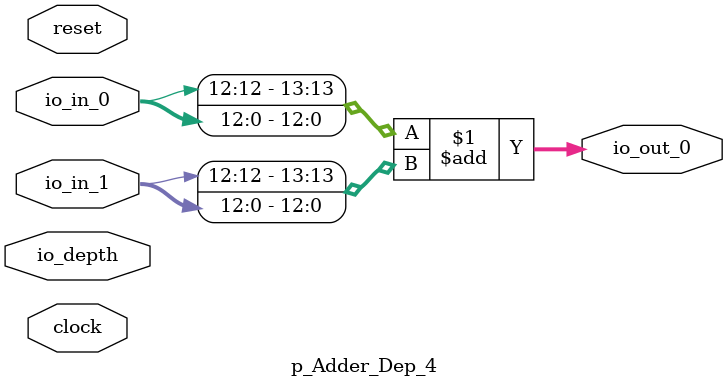
<source format=sv>
module p_Adder_Dep_4(
  input         clock,
                reset,
  input  [12:0] io_in_0,
                io_in_1,
  input  [2:0]  io_depth,
  output [13:0] io_out_0
);

  assign io_out_0 = {io_in_0[12], io_in_0} + {io_in_1[12], io_in_1};
endmodule


</source>
